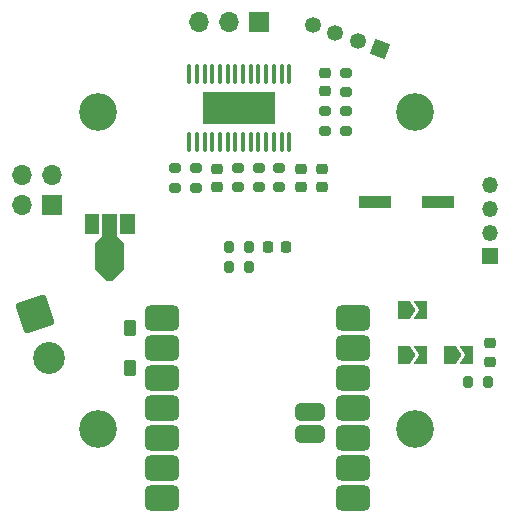
<source format=gbr>
%TF.GenerationSoftware,KiCad,Pcbnew,8.0.4*%
%TF.CreationDate,2025-06-19T10:40:25-04:00*%
%TF.ProjectId,foc_pcb,666f635f-7063-4622-9e6b-696361645f70,2.0*%
%TF.SameCoordinates,Original*%
%TF.FileFunction,Soldermask,Top*%
%TF.FilePolarity,Negative*%
%FSLAX46Y46*%
G04 Gerber Fmt 4.6, Leading zero omitted, Abs format (unit mm)*
G04 Created by KiCad (PCBNEW 8.0.4) date 2025-06-19 10:40:25*
%MOMM*%
%LPD*%
G01*
G04 APERTURE LIST*
G04 Aperture macros list*
%AMRoundRect*
0 Rectangle with rounded corners*
0 $1 Rounding radius*
0 $2 $3 $4 $5 $6 $7 $8 $9 X,Y pos of 4 corners*
0 Add a 4 corners polygon primitive as box body*
4,1,4,$2,$3,$4,$5,$6,$7,$8,$9,$2,$3,0*
0 Add four circle primitives for the rounded corners*
1,1,$1+$1,$2,$3*
1,1,$1+$1,$4,$5*
1,1,$1+$1,$6,$7*
1,1,$1+$1,$8,$9*
0 Add four rect primitives between the rounded corners*
20,1,$1+$1,$2,$3,$4,$5,0*
20,1,$1+$1,$4,$5,$6,$7,0*
20,1,$1+$1,$6,$7,$8,$9,0*
20,1,$1+$1,$8,$9,$2,$3,0*%
%AMHorizOval*
0 Thick line with rounded ends*
0 $1 width*
0 $2 $3 position (X,Y) of the first rounded end (center of the circle)*
0 $4 $5 position (X,Y) of the second rounded end (center of the circle)*
0 Add line between two ends*
20,1,$1,$2,$3,$4,$5,0*
0 Add two circle primitives to create the rounded ends*
1,1,$1,$2,$3*
1,1,$1,$4,$5*%
%AMRotRect*
0 Rectangle, with rotation*
0 The origin of the aperture is its center*
0 $1 length*
0 $2 width*
0 $3 Rotation angle, in degrees counterclockwise*
0 Add horizontal line*
21,1,$1,$2,0,0,$3*%
%AMFreePoly0*
4,1,6,1.000000,0.000000,0.500000,-0.750000,-0.500000,-0.750000,-0.500000,0.750000,0.500000,0.750000,1.000000,0.000000,1.000000,0.000000,$1*%
%AMFreePoly1*
4,1,6,0.500000,-0.750000,-0.650000,-0.750000,-0.150000,0.000000,-0.650000,0.750000,0.500000,0.750000,0.500000,-0.750000,0.500000,-0.750000,$1*%
G04 Aperture macros list end*
%ADD10C,0.010000*%
%ADD11RoundRect,0.200000X-0.275000X0.200000X-0.275000X-0.200000X0.275000X-0.200000X0.275000X0.200000X0*%
%ADD12RoundRect,0.218750X-0.256250X0.218750X-0.256250X-0.218750X0.256250X-0.218750X0.256250X0.218750X0*%
%ADD13R,2.692400X1.092200*%
%ADD14RoundRect,0.200000X0.200000X0.275000X-0.200000X0.275000X-0.200000X-0.275000X0.200000X-0.275000X0*%
%ADD15RoundRect,0.225000X0.250000X-0.225000X0.250000X0.225000X-0.250000X0.225000X-0.250000X-0.225000X0*%
%ADD16RoundRect,0.250001X-1.386080X0.706243X-0.706243X-1.386080X1.386080X-0.706243X0.706243X1.386080X0*%
%ADD17C,2.700000*%
%ADD18RoundRect,0.550800X0.925800X0.550800X-0.925800X0.550800X-0.925800X-0.550800X0.925800X-0.550800X0*%
%ADD19RoundRect,0.368300X-0.876300X0.368300X-0.876300X-0.368300X0.876300X-0.368300X0.876300X0.368300X0*%
%ADD20RoundRect,0.225000X-0.225000X-0.250000X0.225000X-0.250000X0.225000X0.250000X-0.225000X0.250000X0*%
%ADD21R,1.700000X1.700000*%
%ADD22O,1.700000X1.700000*%
%ADD23RoundRect,0.102000X-0.365000X0.605000X-0.365000X-0.605000X0.365000X-0.605000X0.365000X0.605000X0*%
%ADD24R,1.350000X1.350000*%
%ADD25O,1.350000X1.350000*%
%ADD26RoundRect,0.200000X0.275000X-0.200000X0.275000X0.200000X-0.275000X0.200000X-0.275000X-0.200000X0*%
%ADD27RotRect,1.350000X1.350000X250.000000*%
%ADD28HorizOval,1.350000X0.000000X0.000000X0.000000X0.000000X0*%
%ADD29O,0.343000X1.731500*%
%ADD30R,6.200000X2.750000*%
%ADD31FreePoly0,0.000000*%
%ADD32FreePoly1,0.000000*%
%ADD33C,3.200000*%
%ADD34RoundRect,0.225000X-0.250000X0.225000X-0.250000X-0.225000X0.250000X-0.225000X0.250000X0.225000X0*%
%ADD35RoundRect,0.200000X-0.200000X-0.275000X0.200000X-0.275000X0.200000X0.275000X-0.200000X0.275000X0*%
G04 APERTURE END LIST*
D10*
%TO.C,VR1*%
X298536000Y-148172000D02*
X297396000Y-148172000D01*
X297396000Y-146532000D01*
X298536000Y-146532000D01*
X298536000Y-148172000D01*
G36*
X298536000Y-148172000D02*
G01*
X297396000Y-148172000D01*
X297396000Y-146532000D01*
X298536000Y-146532000D01*
X298536000Y-148172000D01*
G37*
X301536000Y-148172000D02*
X300396000Y-148172000D01*
X300396000Y-146532000D01*
X301536000Y-146532000D01*
X301536000Y-148172000D01*
G36*
X301536000Y-148172000D02*
G01*
X300396000Y-148172000D01*
X300396000Y-146532000D01*
X301536000Y-146532000D01*
X301536000Y-148172000D01*
G37*
X300036000Y-148367000D02*
X300636000Y-148967000D01*
X300636000Y-151237000D01*
X299701000Y-152172000D01*
X299231000Y-152172000D01*
X298296000Y-151237000D01*
X298296000Y-148967000D01*
X298896000Y-148367000D01*
X298896000Y-146532000D01*
X300036000Y-146532000D01*
X300036000Y-148367000D01*
G36*
X300036000Y-148367000D02*
G01*
X300636000Y-148967000D01*
X300636000Y-151237000D01*
X299701000Y-152172000D01*
X299231000Y-152172000D01*
X298296000Y-151237000D01*
X298296000Y-148967000D01*
X298896000Y-148367000D01*
X298896000Y-146532000D01*
X300036000Y-146532000D01*
X300036000Y-148367000D01*
G37*
%TD*%
D11*
%TO.C,R1*%
X319532000Y-134594000D03*
X319532000Y-136244000D03*
%TD*%
D12*
%TO.C,D1*%
X331724000Y-157480000D03*
X331724000Y-159055000D03*
%TD*%
D13*
%TO.C,C5*%
X321957700Y-145542000D03*
X327266300Y-145542000D03*
%TD*%
D14*
%TO.C,R7*%
X311264000Y-149352000D03*
X309614000Y-149352000D03*
%TD*%
D15*
%TO.C,C2*%
X317754000Y-136157000D03*
X317754000Y-134607000D03*
%TD*%
D16*
%TO.C,J2*%
X293162292Y-154983815D03*
D17*
X294386000Y-158750000D03*
%TD*%
D18*
%TO.C,U3*%
X320075517Y-170629833D03*
X320075517Y-168089833D03*
X320075517Y-165549833D03*
X320075517Y-163009833D03*
X320075517Y-160469833D03*
X320075517Y-157929833D03*
X320075517Y-155389833D03*
X303910517Y-155389833D03*
X303910517Y-157929833D03*
X303910517Y-160469833D03*
X303910517Y-163009833D03*
X303910517Y-165549833D03*
X303910517Y-168089833D03*
X303910517Y-170629833D03*
D19*
X316465517Y-163304833D03*
X316465516Y-165209833D03*
%TD*%
D20*
%TO.C,C4*%
X312915000Y-149352000D03*
X314465000Y-149352000D03*
%TD*%
D21*
%TO.C,J1*%
X312166000Y-130302000D03*
D22*
X309626001Y-130302000D03*
X307086001Y-130302000D03*
%TD*%
D23*
%TO.C,D2*%
X301244000Y-159569998D03*
X301244000Y-156210000D03*
%TD*%
D24*
%TO.C,J4*%
X331724000Y-150114000D03*
D25*
X331724000Y-148113999D03*
X331724000Y-146114000D03*
X331724000Y-144114000D03*
%TD*%
D26*
%TO.C,R4*%
X306832000Y-144335000D03*
X306832000Y-142685000D03*
%TD*%
D27*
%TO.C,J5*%
X322376156Y-132608121D03*
D28*
X320496771Y-131924081D03*
X318617386Y-131240039D03*
X316738000Y-130556000D03*
%TD*%
D29*
%TO.C,U1*%
X314706000Y-134730000D03*
X314056000Y-134730000D03*
X313406000Y-134730000D03*
X312756000Y-134730000D03*
X312106000Y-134729999D03*
X311456000Y-134730000D03*
X310806000Y-134730000D03*
X310156000Y-134730000D03*
X309506000Y-134730000D03*
X308856000Y-134729999D03*
X308206000Y-134730000D03*
X307556000Y-134730000D03*
X306906000Y-134730000D03*
X306256000Y-134730000D03*
X306256000Y-140462000D03*
X306906000Y-140462000D03*
X307556000Y-140462000D03*
X308206000Y-140462000D03*
X308856000Y-140462001D03*
X309506000Y-140462000D03*
X310156000Y-140462000D03*
X310806000Y-140462000D03*
X311456000Y-140462000D03*
X312106000Y-140462001D03*
X312756000Y-140462000D03*
X313406000Y-140462000D03*
X314056000Y-140462000D03*
X314706000Y-140462000D03*
D30*
X310481000Y-137596000D03*
%TD*%
D11*
%TO.C,R6*%
X310388000Y-142635000D03*
X310388000Y-144285000D03*
%TD*%
D31*
%TO.C,JP3*%
X324432000Y-158496000D03*
D32*
X325882000Y-158496000D03*
%TD*%
D33*
%TO.C,H3*%
X298505005Y-137871616D03*
%TD*%
%TO.C,H4*%
X325375062Y-137871616D03*
%TD*%
D34*
%TO.C,C1*%
X317500000Y-142735000D03*
X317500000Y-144285000D03*
%TD*%
D26*
%TO.C,R10*%
X319532000Y-139509000D03*
X319532000Y-137859000D03*
%TD*%
D11*
%TO.C,R9*%
X313884000Y-142635000D03*
X313884000Y-144285000D03*
%TD*%
D35*
%TO.C,R2*%
X329883000Y-160782000D03*
X331533000Y-160782000D03*
%TD*%
D31*
%TO.C,JP2*%
X324432000Y-154686000D03*
D32*
X325882000Y-154686000D03*
%TD*%
D33*
%TO.C,H2*%
X325375062Y-164741673D03*
%TD*%
%TO.C,H1*%
X298505005Y-164741673D03*
%TD*%
D15*
%TO.C,C3*%
X308610000Y-144285000D03*
X308610000Y-142735000D03*
%TD*%
D35*
%TO.C,R5*%
X309614000Y-151003000D03*
X311264000Y-151003000D03*
%TD*%
D21*
%TO.C,J3*%
X294640000Y-145796000D03*
D22*
X292100000Y-145796000D03*
X294640000Y-143256000D03*
X292100000Y-143256000D03*
%TD*%
D34*
%TO.C,C6*%
X315722000Y-142748000D03*
X315722000Y-144298000D03*
%TD*%
D26*
%TO.C,R11*%
X317754000Y-139509000D03*
X317754000Y-137859000D03*
%TD*%
D31*
%TO.C,JP1*%
X328279000Y-158496000D03*
D32*
X329729000Y-158496000D03*
%TD*%
D11*
%TO.C,R3*%
X305054000Y-142685000D03*
X305054000Y-144335000D03*
%TD*%
%TO.C,R8*%
X312166000Y-142635000D03*
X312166000Y-144285000D03*
%TD*%
M02*

</source>
